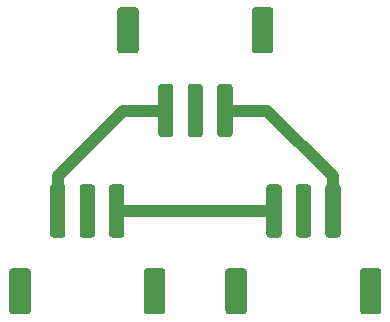
<source format=gtl>
G04 #@! TF.GenerationSoftware,KiCad,Pcbnew,5.1.6+dfsg1-1*
G04 #@! TF.CreationDate,2020-08-30T15:38:22-05:00*
G04 #@! TF.ProjectId,no_touchy,6e6f5f74-6f75-4636-9879-2e6b69636164,rev?*
G04 #@! TF.SameCoordinates,Original*
G04 #@! TF.FileFunction,Copper,L1,Top*
G04 #@! TF.FilePolarity,Positive*
%FSLAX46Y46*%
G04 Gerber Fmt 4.6, Leading zero omitted, Abs format (unit mm)*
G04 Created by KiCad (PCBNEW 5.1.6+dfsg1-1) date 2020-08-30 15:38:22*
%MOMM*%
%LPD*%
G01*
G04 APERTURE LIST*
G04 #@! TA.AperFunction,Conductor*
%ADD10C,1.000000*%
G04 #@! TD*
G04 APERTURE END LIST*
G04 #@! TA.AperFunction,SMDPad,CuDef*
G36*
G01*
X141400000Y-115099800D02*
X141400000Y-111700200D01*
G75*
G02*
X141650200Y-111450000I250200J0D01*
G01*
X142949800Y-111450000D01*
G75*
G02*
X143200000Y-111700200I0J-250200D01*
G01*
X143200000Y-115099800D01*
G75*
G02*
X142949800Y-115350000I-250200J0D01*
G01*
X141650200Y-115350000D01*
G75*
G02*
X141400000Y-115099800I0J250200D01*
G01*
G37*
G04 #@! TD.AperFunction*
G04 #@! TA.AperFunction,SMDPad,CuDef*
G36*
G01*
X138450000Y-108600400D02*
X138450000Y-104599600D01*
G75*
G02*
X138699600Y-104350000I249600J0D01*
G01*
X139500400Y-104350000D01*
G75*
G02*
X139750000Y-104599600I0J-249600D01*
G01*
X139750000Y-108600400D01*
G75*
G02*
X139500400Y-108850000I-249600J0D01*
G01*
X138699600Y-108850000D01*
G75*
G02*
X138450000Y-108600400I0J249600D01*
G01*
G37*
G04 #@! TD.AperFunction*
G04 #@! TA.AperFunction,SMDPad,CuDef*
G36*
G01*
X135950000Y-108600400D02*
X135950000Y-104599600D01*
G75*
G02*
X136199600Y-104350000I249600J0D01*
G01*
X137000400Y-104350000D01*
G75*
G02*
X137250000Y-104599600I0J-249600D01*
G01*
X137250000Y-108600400D01*
G75*
G02*
X137000400Y-108850000I-249600J0D01*
G01*
X136199600Y-108850000D01*
G75*
G02*
X135950000Y-108600400I0J249600D01*
G01*
G37*
G04 #@! TD.AperFunction*
G04 #@! TA.AperFunction,SMDPad,CuDef*
G36*
G01*
X133450000Y-108600400D02*
X133450000Y-104599600D01*
G75*
G02*
X133699600Y-104350000I249600J0D01*
G01*
X134500400Y-104350000D01*
G75*
G02*
X134750000Y-104599600I0J-249600D01*
G01*
X134750000Y-108600400D01*
G75*
G02*
X134500400Y-108850000I-249600J0D01*
G01*
X133699600Y-108850000D01*
G75*
G02*
X133450000Y-108600400I0J249600D01*
G01*
G37*
G04 #@! TD.AperFunction*
G04 #@! TA.AperFunction,SMDPad,CuDef*
G36*
G01*
X130000000Y-115099800D02*
X130000000Y-111700200D01*
G75*
G02*
X130250200Y-111450000I250200J0D01*
G01*
X131549800Y-111450000D01*
G75*
G02*
X131800000Y-111700200I0J-250200D01*
G01*
X131800000Y-115099800D01*
G75*
G02*
X131549800Y-115350000I-250200J0D01*
G01*
X130250200Y-115350000D01*
G75*
G02*
X130000000Y-115099800I0J250200D01*
G01*
G37*
G04 #@! TD.AperFunction*
G04 #@! TA.AperFunction,SMDPad,CuDef*
G36*
G01*
X152350000Y-89600200D02*
X152350000Y-92999800D01*
G75*
G02*
X152099800Y-93250000I-250200J0D01*
G01*
X150800200Y-93250000D01*
G75*
G02*
X150550000Y-92999800I0J250200D01*
G01*
X150550000Y-89600200D01*
G75*
G02*
X150800200Y-89350000I250200J0D01*
G01*
X152099800Y-89350000D01*
G75*
G02*
X152350000Y-89600200I0J-250200D01*
G01*
G37*
G04 #@! TD.AperFunction*
G04 #@! TA.AperFunction,SMDPad,CuDef*
G36*
G01*
X148900000Y-96099600D02*
X148900000Y-100100400D01*
G75*
G02*
X148650400Y-100350000I-249600J0D01*
G01*
X147849600Y-100350000D01*
G75*
G02*
X147600000Y-100100400I0J249600D01*
G01*
X147600000Y-96099600D01*
G75*
G02*
X147849600Y-95850000I249600J0D01*
G01*
X148650400Y-95850000D01*
G75*
G02*
X148900000Y-96099600I0J-249600D01*
G01*
G37*
G04 #@! TD.AperFunction*
G04 #@! TA.AperFunction,SMDPad,CuDef*
G36*
G01*
X146400000Y-96099600D02*
X146400000Y-100100400D01*
G75*
G02*
X146150400Y-100350000I-249600J0D01*
G01*
X145349600Y-100350000D01*
G75*
G02*
X145100000Y-100100400I0J249600D01*
G01*
X145100000Y-96099600D01*
G75*
G02*
X145349600Y-95850000I249600J0D01*
G01*
X146150400Y-95850000D01*
G75*
G02*
X146400000Y-96099600I0J-249600D01*
G01*
G37*
G04 #@! TD.AperFunction*
G04 #@! TA.AperFunction,SMDPad,CuDef*
G36*
G01*
X143900000Y-96099600D02*
X143900000Y-100100400D01*
G75*
G02*
X143650400Y-100350000I-249600J0D01*
G01*
X142849600Y-100350000D01*
G75*
G02*
X142600000Y-100100400I0J249600D01*
G01*
X142600000Y-96099600D01*
G75*
G02*
X142849600Y-95850000I249600J0D01*
G01*
X143650400Y-95850000D01*
G75*
G02*
X143900000Y-96099600I0J-249600D01*
G01*
G37*
G04 #@! TD.AperFunction*
G04 #@! TA.AperFunction,SMDPad,CuDef*
G36*
G01*
X140950000Y-89600200D02*
X140950000Y-92999800D01*
G75*
G02*
X140699800Y-93250000I-250200J0D01*
G01*
X139400200Y-93250000D01*
G75*
G02*
X139150000Y-92999800I0J250200D01*
G01*
X139150000Y-89600200D01*
G75*
G02*
X139400200Y-89350000I250200J0D01*
G01*
X140699800Y-89350000D01*
G75*
G02*
X140950000Y-89600200I0J-250200D01*
G01*
G37*
G04 #@! TD.AperFunction*
G04 #@! TA.AperFunction,SMDPad,CuDef*
G36*
G01*
X159700000Y-115099800D02*
X159700000Y-111700200D01*
G75*
G02*
X159950200Y-111450000I250200J0D01*
G01*
X161249800Y-111450000D01*
G75*
G02*
X161500000Y-111700200I0J-250200D01*
G01*
X161500000Y-115099800D01*
G75*
G02*
X161249800Y-115350000I-250200J0D01*
G01*
X159950200Y-115350000D01*
G75*
G02*
X159700000Y-115099800I0J250200D01*
G01*
G37*
G04 #@! TD.AperFunction*
G04 #@! TA.AperFunction,SMDPad,CuDef*
G36*
G01*
X156750000Y-108600400D02*
X156750000Y-104599600D01*
G75*
G02*
X156999600Y-104350000I249600J0D01*
G01*
X157800400Y-104350000D01*
G75*
G02*
X158050000Y-104599600I0J-249600D01*
G01*
X158050000Y-108600400D01*
G75*
G02*
X157800400Y-108850000I-249600J0D01*
G01*
X156999600Y-108850000D01*
G75*
G02*
X156750000Y-108600400I0J249600D01*
G01*
G37*
G04 #@! TD.AperFunction*
G04 #@! TA.AperFunction,SMDPad,CuDef*
G36*
G01*
X154250000Y-108600400D02*
X154250000Y-104599600D01*
G75*
G02*
X154499600Y-104350000I249600J0D01*
G01*
X155300400Y-104350000D01*
G75*
G02*
X155550000Y-104599600I0J-249600D01*
G01*
X155550000Y-108600400D01*
G75*
G02*
X155300400Y-108850000I-249600J0D01*
G01*
X154499600Y-108850000D01*
G75*
G02*
X154250000Y-108600400I0J249600D01*
G01*
G37*
G04 #@! TD.AperFunction*
G04 #@! TA.AperFunction,SMDPad,CuDef*
G36*
G01*
X151750000Y-108600400D02*
X151750000Y-104599600D01*
G75*
G02*
X151999600Y-104350000I249600J0D01*
G01*
X152800400Y-104350000D01*
G75*
G02*
X153050000Y-104599600I0J-249600D01*
G01*
X153050000Y-108600400D01*
G75*
G02*
X152800400Y-108850000I-249600J0D01*
G01*
X151999600Y-108850000D01*
G75*
G02*
X151750000Y-108600400I0J249600D01*
G01*
G37*
G04 #@! TD.AperFunction*
G04 #@! TA.AperFunction,SMDPad,CuDef*
G36*
G01*
X148300000Y-115099800D02*
X148300000Y-111700200D01*
G75*
G02*
X148550200Y-111450000I250200J0D01*
G01*
X149849800Y-111450000D01*
G75*
G02*
X150100000Y-111700200I0J-250200D01*
G01*
X150100000Y-115099800D01*
G75*
G02*
X149849800Y-115350000I-250200J0D01*
G01*
X148550200Y-115350000D01*
G75*
G02*
X148300000Y-115099800I0J250200D01*
G01*
G37*
G04 #@! TD.AperFunction*
D10*
X151850000Y-98100000D02*
X148250000Y-98100000D01*
X157400000Y-103650000D02*
X151850000Y-98100000D01*
X157400000Y-106600000D02*
X157400000Y-103650000D01*
X139100000Y-106600000D02*
X152400000Y-106600000D01*
X139650000Y-98100000D02*
X143250000Y-98100000D01*
X134100000Y-103650000D02*
X139650000Y-98100000D01*
X134100000Y-106600000D02*
X134100000Y-103650000D01*
M02*

</source>
